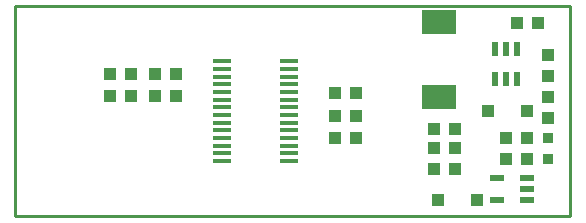
<source format=gbr>
G04 #@! TF.GenerationSoftware,KiCad,Pcbnew,(2017-11-22 revision 78366f8f0)-master*
G04 #@! TF.CreationDate,2018-01-05T15:25:17+02:00*
G04 #@! TF.ProjectId,BB-ADS1262-Rev.A,42422D414453313236322D5265762E41,rev?*
G04 #@! TF.SameCoordinates,Original*
G04 #@! TF.FileFunction,Paste,Top*
G04 #@! TF.FilePolarity,Positive*
%FSLAX46Y46*%
G04 Gerber Fmt 4.6, Leading zero omitted, Abs format (unit mm)*
G04 Created by KiCad (PCBNEW (2017-11-22 revision 78366f8f0)-master) date Fri Jan  5 15:25:17 2018*
%MOMM*%
%LPD*%
G01*
G04 APERTURE LIST*
%ADD10C,0.254000*%
%ADD11R,1.600000X0.325000*%
%ADD12R,1.016000X1.016000*%
%ADD13R,1.098400X1.098400*%
%ADD14R,0.914400X0.914400*%
%ADD15R,3.000000X2.000000*%
%ADD16R,0.550000X1.200000*%
%ADD17R,1.200000X0.550000*%
G04 APERTURE END LIST*
D10*
X54610000Y-64770000D02*
X54610000Y-46990000D01*
X101600000Y-64770000D02*
X54610000Y-64770000D01*
X101600000Y-46990000D02*
X101600000Y-64770000D01*
X54610000Y-46990000D02*
X101600000Y-46990000D01*
D11*
X77730000Y-60105000D03*
X77730000Y-59455000D03*
X77730000Y-58805000D03*
X77730000Y-58155000D03*
X77730000Y-57505000D03*
X77730000Y-56855000D03*
X77730000Y-56205000D03*
X77730000Y-55555000D03*
X77730000Y-54905000D03*
X77730000Y-54255000D03*
X77730000Y-53605000D03*
X77730000Y-52955000D03*
X77730000Y-52305000D03*
X77730000Y-51655000D03*
X72130000Y-51655000D03*
X72130000Y-52305000D03*
X72130000Y-52955000D03*
X72130000Y-53605000D03*
X72130000Y-54255000D03*
X72130000Y-54905000D03*
X72130000Y-55555000D03*
X72130000Y-56205000D03*
X72130000Y-56855000D03*
X72130000Y-57505000D03*
X72130000Y-58155000D03*
X72130000Y-58805000D03*
X72130000Y-59455000D03*
X72130000Y-60105000D03*
D12*
X83439000Y-56261000D03*
X81661000Y-56261000D03*
X81661000Y-54356000D03*
X83439000Y-54356000D03*
X81661000Y-58166000D03*
X83439000Y-58166000D03*
X66421000Y-52705000D03*
X68199000Y-52705000D03*
X64389000Y-54610000D03*
X62611000Y-54610000D03*
X68199000Y-54610000D03*
X66421000Y-54610000D03*
X62611000Y-52705000D03*
X64389000Y-52705000D03*
X98869500Y-48450500D03*
X97091500Y-48450500D03*
X97917000Y-58166000D03*
X96139000Y-58166000D03*
X96139000Y-59944000D03*
X97917000Y-59944000D03*
X90017600Y-60782200D03*
X90017600Y-59004200D03*
D13*
X93646500Y-63436500D03*
X90376500Y-63436500D03*
X97901000Y-55880000D03*
X94631000Y-55880000D03*
D14*
X99695000Y-58166000D03*
X99695000Y-59944000D03*
D15*
X90487500Y-48298500D03*
X90487500Y-54698500D03*
D12*
X99695000Y-56451500D03*
X99695000Y-54673500D03*
X99695000Y-51117500D03*
X99695000Y-52895500D03*
X91795600Y-60782200D03*
X91795600Y-59004200D03*
X90017600Y-57353200D03*
X91795600Y-57353200D03*
D16*
X95189000Y-53179600D03*
X96139000Y-53179600D03*
X97089000Y-53179600D03*
X97089000Y-50579400D03*
X96139000Y-50579400D03*
X95189000Y-50579400D03*
D17*
X95347000Y-61534000D03*
X95347000Y-63434000D03*
X97947000Y-61534000D03*
X97947000Y-62484000D03*
X97947000Y-63434000D03*
M02*

</source>
